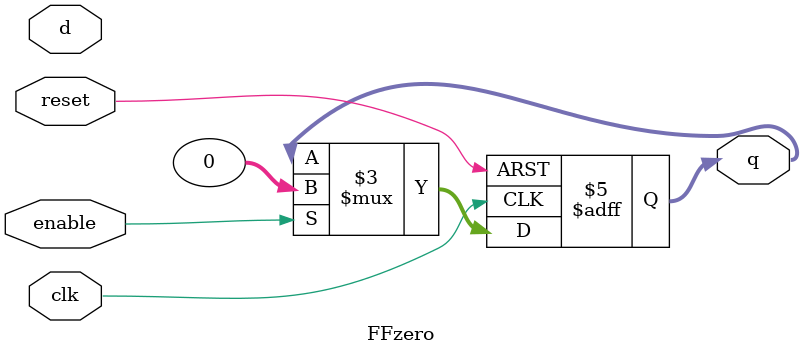
<source format=v>
module FFzero #(
parameter WIDTH = 32
)
(
input clk,
input reset, 
input [WIDTH-1:0] d,
input enable, 
output reg [WIDTH-1:0] q
);


always @ (negedge reset or posedge clk)
begin
	//q <= 32'b0;
	// Reset whenever the reset signal goes low, regardless of the clock
	// or the clock enable
	if (!reset)
	begin
		q <= 32'b0;
	end
	// If not resetting, and the clock signal is enabled on this register,
	// update the register output on the clock's rising edge
	else
	begin
		if (enable)
		begin
			q <= 32'b0;
		end
	end
end
endmodule 
</source>
